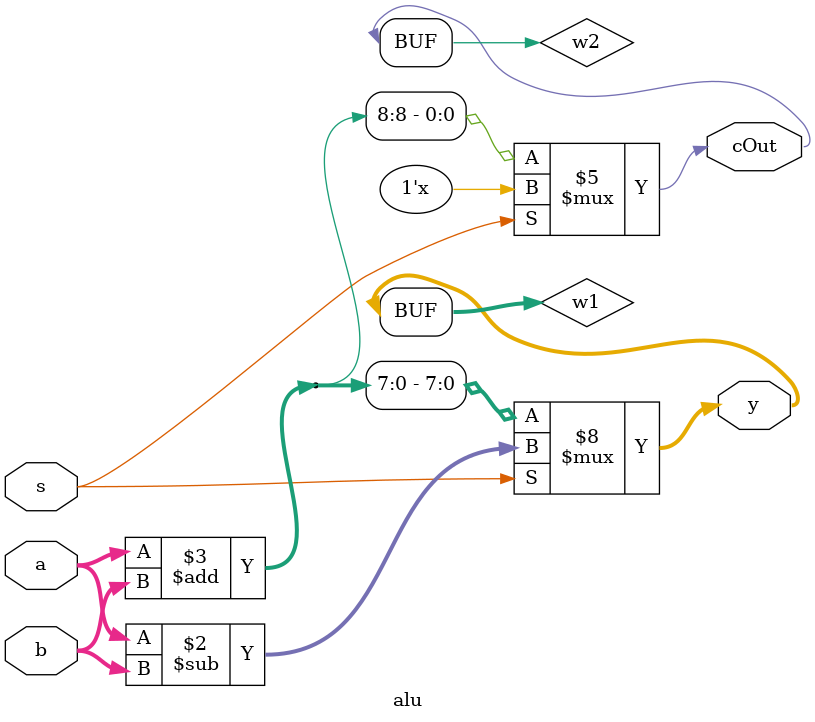
<source format=sv>
`timescale 1ns / 1ps

module alu #(
    parameter n = 8) (
    input [n-1:0] a,
    input [n-1:0] b,
    input s,
    output cOut,
    output [n-1:0] y
    );
    logic [n-1:0]w1;
    logic w2;

    assign y = w1;
    assign cOut = w2 ;
    always @(*)
    begin
        if(s)
        w1 = a - b;
        else 
        {w2,w1} = a + b;
    end
    
   
endmodule

</source>
